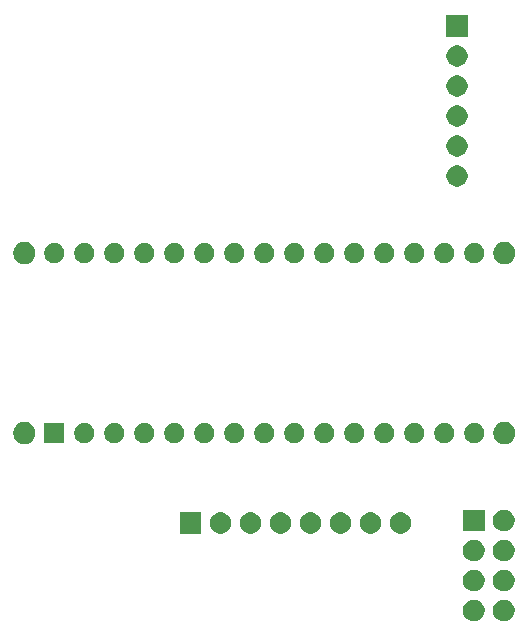
<source format=gts>
G04 #@! TF.GenerationSoftware,KiCad,Pcbnew,(5.1.5)-3*
G04 #@! TF.CreationDate,2020-05-28T10:53:55-07:00*
G04 #@! TF.ProjectId,Plug_Pass_arduino_shield,506c7567-5f50-4617-9373-5f6172647569,v1.2*
G04 #@! TF.SameCoordinates,Original*
G04 #@! TF.FileFunction,Soldermask,Top*
G04 #@! TF.FilePolarity,Negative*
%FSLAX46Y46*%
G04 Gerber Fmt 4.6, Leading zero omitted, Abs format (unit mm)*
G04 Created by KiCad (PCBNEW (5.1.5)-3) date 2020-05-28 10:53:55*
%MOMM*%
%LPD*%
G04 APERTURE LIST*
%ADD10C,0.100000*%
G04 APERTURE END LIST*
D10*
G36*
X124638391Y-109847170D02*
G01*
X124726723Y-109864740D01*
X124893131Y-109933669D01*
X125042896Y-110033739D01*
X125170261Y-110161104D01*
X125270331Y-110310869D01*
X125339260Y-110477277D01*
X125374400Y-110653941D01*
X125374400Y-110834059D01*
X125339260Y-111010723D01*
X125270331Y-111177131D01*
X125170261Y-111326896D01*
X125042896Y-111454261D01*
X124893131Y-111554331D01*
X124726723Y-111623260D01*
X124638391Y-111640830D01*
X124550061Y-111658400D01*
X124369939Y-111658400D01*
X124281609Y-111640830D01*
X124193277Y-111623260D01*
X124026869Y-111554331D01*
X123877104Y-111454261D01*
X123749739Y-111326896D01*
X123649669Y-111177131D01*
X123580740Y-111010723D01*
X123545600Y-110834059D01*
X123545600Y-110653941D01*
X123580740Y-110477277D01*
X123649669Y-110310869D01*
X123749739Y-110161104D01*
X123877104Y-110033739D01*
X124026869Y-109933669D01*
X124193277Y-109864740D01*
X124281609Y-109847170D01*
X124369939Y-109829600D01*
X124550061Y-109829600D01*
X124638391Y-109847170D01*
G37*
G36*
X122098391Y-109847170D02*
G01*
X122186723Y-109864740D01*
X122353131Y-109933669D01*
X122502896Y-110033739D01*
X122630261Y-110161104D01*
X122730331Y-110310869D01*
X122799260Y-110477277D01*
X122834400Y-110653941D01*
X122834400Y-110834059D01*
X122799260Y-111010723D01*
X122730331Y-111177131D01*
X122630261Y-111326896D01*
X122502896Y-111454261D01*
X122353131Y-111554331D01*
X122186723Y-111623260D01*
X122098391Y-111640830D01*
X122010061Y-111658400D01*
X121829939Y-111658400D01*
X121741609Y-111640830D01*
X121653277Y-111623260D01*
X121486869Y-111554331D01*
X121337104Y-111454261D01*
X121209739Y-111326896D01*
X121109669Y-111177131D01*
X121040740Y-111010723D01*
X121005600Y-110834059D01*
X121005600Y-110653941D01*
X121040740Y-110477277D01*
X121109669Y-110310869D01*
X121209739Y-110161104D01*
X121337104Y-110033739D01*
X121486869Y-109933669D01*
X121653277Y-109864740D01*
X121741609Y-109847170D01*
X121829939Y-109829600D01*
X122010061Y-109829600D01*
X122098391Y-109847170D01*
G37*
G36*
X124638391Y-107307170D02*
G01*
X124726723Y-107324740D01*
X124893131Y-107393669D01*
X125042896Y-107493739D01*
X125170261Y-107621104D01*
X125270331Y-107770869D01*
X125339260Y-107937277D01*
X125374400Y-108113941D01*
X125374400Y-108294059D01*
X125339260Y-108470723D01*
X125270331Y-108637131D01*
X125170261Y-108786896D01*
X125042896Y-108914261D01*
X124893131Y-109014331D01*
X124726723Y-109083260D01*
X124638391Y-109100830D01*
X124550061Y-109118400D01*
X124369939Y-109118400D01*
X124281609Y-109100830D01*
X124193277Y-109083260D01*
X124026869Y-109014331D01*
X123877104Y-108914261D01*
X123749739Y-108786896D01*
X123649669Y-108637131D01*
X123580740Y-108470723D01*
X123545600Y-108294059D01*
X123545600Y-108113941D01*
X123580740Y-107937277D01*
X123649669Y-107770869D01*
X123749739Y-107621104D01*
X123877104Y-107493739D01*
X124026869Y-107393669D01*
X124193277Y-107324740D01*
X124281609Y-107307170D01*
X124369939Y-107289600D01*
X124550061Y-107289600D01*
X124638391Y-107307170D01*
G37*
G36*
X122098391Y-107307170D02*
G01*
X122186723Y-107324740D01*
X122353131Y-107393669D01*
X122502896Y-107493739D01*
X122630261Y-107621104D01*
X122730331Y-107770869D01*
X122799260Y-107937277D01*
X122834400Y-108113941D01*
X122834400Y-108294059D01*
X122799260Y-108470723D01*
X122730331Y-108637131D01*
X122630261Y-108786896D01*
X122502896Y-108914261D01*
X122353131Y-109014331D01*
X122186723Y-109083260D01*
X122098391Y-109100830D01*
X122010061Y-109118400D01*
X121829939Y-109118400D01*
X121741609Y-109100830D01*
X121653277Y-109083260D01*
X121486869Y-109014331D01*
X121337104Y-108914261D01*
X121209739Y-108786896D01*
X121109669Y-108637131D01*
X121040740Y-108470723D01*
X121005600Y-108294059D01*
X121005600Y-108113941D01*
X121040740Y-107937277D01*
X121109669Y-107770869D01*
X121209739Y-107621104D01*
X121337104Y-107493739D01*
X121486869Y-107393669D01*
X121653277Y-107324740D01*
X121741609Y-107307170D01*
X121829939Y-107289600D01*
X122010061Y-107289600D01*
X122098391Y-107307170D01*
G37*
G36*
X124638391Y-104767170D02*
G01*
X124726723Y-104784740D01*
X124893131Y-104853669D01*
X125042896Y-104953739D01*
X125170261Y-105081104D01*
X125270331Y-105230869D01*
X125339260Y-105397277D01*
X125374400Y-105573941D01*
X125374400Y-105754059D01*
X125339260Y-105930723D01*
X125270331Y-106097131D01*
X125170261Y-106246896D01*
X125042896Y-106374261D01*
X124893131Y-106474331D01*
X124726723Y-106543260D01*
X124638391Y-106560830D01*
X124550061Y-106578400D01*
X124369939Y-106578400D01*
X124281609Y-106560830D01*
X124193277Y-106543260D01*
X124026869Y-106474331D01*
X123877104Y-106374261D01*
X123749739Y-106246896D01*
X123649669Y-106097131D01*
X123580740Y-105930723D01*
X123545600Y-105754059D01*
X123545600Y-105573941D01*
X123580740Y-105397277D01*
X123649669Y-105230869D01*
X123749739Y-105081104D01*
X123877104Y-104953739D01*
X124026869Y-104853669D01*
X124193277Y-104784740D01*
X124281609Y-104767170D01*
X124369939Y-104749600D01*
X124550061Y-104749600D01*
X124638391Y-104767170D01*
G37*
G36*
X122098391Y-104767170D02*
G01*
X122186723Y-104784740D01*
X122353131Y-104853669D01*
X122502896Y-104953739D01*
X122630261Y-105081104D01*
X122730331Y-105230869D01*
X122799260Y-105397277D01*
X122834400Y-105573941D01*
X122834400Y-105754059D01*
X122799260Y-105930723D01*
X122730331Y-106097131D01*
X122630261Y-106246896D01*
X122502896Y-106374261D01*
X122353131Y-106474331D01*
X122186723Y-106543260D01*
X122098391Y-106560830D01*
X122010061Y-106578400D01*
X121829939Y-106578400D01*
X121741609Y-106560830D01*
X121653277Y-106543260D01*
X121486869Y-106474331D01*
X121337104Y-106374261D01*
X121209739Y-106246896D01*
X121109669Y-106097131D01*
X121040740Y-105930723D01*
X121005600Y-105754059D01*
X121005600Y-105573941D01*
X121040740Y-105397277D01*
X121109669Y-105230869D01*
X121209739Y-105081104D01*
X121337104Y-104953739D01*
X121486869Y-104853669D01*
X121653277Y-104784740D01*
X121741609Y-104767170D01*
X121829939Y-104749600D01*
X122010061Y-104749600D01*
X122098391Y-104767170D01*
G37*
G36*
X103273254Y-102479797D02*
G01*
X103437189Y-102547701D01*
X103584727Y-102646283D01*
X103710197Y-102771753D01*
X103808779Y-102919291D01*
X103876683Y-103083226D01*
X103911300Y-103257259D01*
X103911300Y-103434701D01*
X103876683Y-103608734D01*
X103808779Y-103772669D01*
X103710197Y-103920207D01*
X103584727Y-104045677D01*
X103437189Y-104144259D01*
X103273254Y-104212163D01*
X103099221Y-104246780D01*
X102921779Y-104246780D01*
X102747746Y-104212163D01*
X102583811Y-104144259D01*
X102436273Y-104045677D01*
X102310803Y-103920207D01*
X102212221Y-103772669D01*
X102144317Y-103608734D01*
X102109700Y-103434701D01*
X102109700Y-103257259D01*
X102144317Y-103083226D01*
X102212221Y-102919291D01*
X102310803Y-102771753D01*
X102436273Y-102646283D01*
X102583811Y-102547701D01*
X102747746Y-102479797D01*
X102921779Y-102445180D01*
X103099221Y-102445180D01*
X103273254Y-102479797D01*
G37*
G36*
X100733254Y-102479797D02*
G01*
X100897189Y-102547701D01*
X101044727Y-102646283D01*
X101170197Y-102771753D01*
X101268779Y-102919291D01*
X101336683Y-103083226D01*
X101371300Y-103257259D01*
X101371300Y-103434701D01*
X101336683Y-103608734D01*
X101268779Y-103772669D01*
X101170197Y-103920207D01*
X101044727Y-104045677D01*
X100897189Y-104144259D01*
X100733254Y-104212163D01*
X100559221Y-104246780D01*
X100381779Y-104246780D01*
X100207746Y-104212163D01*
X100043811Y-104144259D01*
X99896273Y-104045677D01*
X99770803Y-103920207D01*
X99672221Y-103772669D01*
X99604317Y-103608734D01*
X99569700Y-103434701D01*
X99569700Y-103257259D01*
X99604317Y-103083226D01*
X99672221Y-102919291D01*
X99770803Y-102771753D01*
X99896273Y-102646283D01*
X100043811Y-102547701D01*
X100207746Y-102479797D01*
X100381779Y-102445180D01*
X100559221Y-102445180D01*
X100733254Y-102479797D01*
G37*
G36*
X105813254Y-102479797D02*
G01*
X105977189Y-102547701D01*
X106124727Y-102646283D01*
X106250197Y-102771753D01*
X106348779Y-102919291D01*
X106416683Y-103083226D01*
X106451300Y-103257259D01*
X106451300Y-103434701D01*
X106416683Y-103608734D01*
X106348779Y-103772669D01*
X106250197Y-103920207D01*
X106124727Y-104045677D01*
X105977189Y-104144259D01*
X105813254Y-104212163D01*
X105639221Y-104246780D01*
X105461779Y-104246780D01*
X105287746Y-104212163D01*
X105123811Y-104144259D01*
X104976273Y-104045677D01*
X104850803Y-103920207D01*
X104752221Y-103772669D01*
X104684317Y-103608734D01*
X104649700Y-103434701D01*
X104649700Y-103257259D01*
X104684317Y-103083226D01*
X104752221Y-102919291D01*
X104850803Y-102771753D01*
X104976273Y-102646283D01*
X105123811Y-102547701D01*
X105287746Y-102479797D01*
X105461779Y-102445180D01*
X105639221Y-102445180D01*
X105813254Y-102479797D01*
G37*
G36*
X108353254Y-102479797D02*
G01*
X108517189Y-102547701D01*
X108664727Y-102646283D01*
X108790197Y-102771753D01*
X108888779Y-102919291D01*
X108956683Y-103083226D01*
X108991300Y-103257259D01*
X108991300Y-103434701D01*
X108956683Y-103608734D01*
X108888779Y-103772669D01*
X108790197Y-103920207D01*
X108664727Y-104045677D01*
X108517189Y-104144259D01*
X108353254Y-104212163D01*
X108179221Y-104246780D01*
X108001779Y-104246780D01*
X107827746Y-104212163D01*
X107663811Y-104144259D01*
X107516273Y-104045677D01*
X107390803Y-103920207D01*
X107292221Y-103772669D01*
X107224317Y-103608734D01*
X107189700Y-103434701D01*
X107189700Y-103257259D01*
X107224317Y-103083226D01*
X107292221Y-102919291D01*
X107390803Y-102771753D01*
X107516273Y-102646283D01*
X107663811Y-102547701D01*
X107827746Y-102479797D01*
X108001779Y-102445180D01*
X108179221Y-102445180D01*
X108353254Y-102479797D01*
G37*
G36*
X110893254Y-102479797D02*
G01*
X111057189Y-102547701D01*
X111204727Y-102646283D01*
X111330197Y-102771753D01*
X111428779Y-102919291D01*
X111496683Y-103083226D01*
X111531300Y-103257259D01*
X111531300Y-103434701D01*
X111496683Y-103608734D01*
X111428779Y-103772669D01*
X111330197Y-103920207D01*
X111204727Y-104045677D01*
X111057189Y-104144259D01*
X110893254Y-104212163D01*
X110719221Y-104246780D01*
X110541779Y-104246780D01*
X110367746Y-104212163D01*
X110203811Y-104144259D01*
X110056273Y-104045677D01*
X109930803Y-103920207D01*
X109832221Y-103772669D01*
X109764317Y-103608734D01*
X109729700Y-103434701D01*
X109729700Y-103257259D01*
X109764317Y-103083226D01*
X109832221Y-102919291D01*
X109930803Y-102771753D01*
X110056273Y-102646283D01*
X110203811Y-102547701D01*
X110367746Y-102479797D01*
X110541779Y-102445180D01*
X110719221Y-102445180D01*
X110893254Y-102479797D01*
G37*
G36*
X113433254Y-102479797D02*
G01*
X113597189Y-102547701D01*
X113744727Y-102646283D01*
X113870197Y-102771753D01*
X113968779Y-102919291D01*
X114036683Y-103083226D01*
X114071300Y-103257259D01*
X114071300Y-103434701D01*
X114036683Y-103608734D01*
X113968779Y-103772669D01*
X113870197Y-103920207D01*
X113744727Y-104045677D01*
X113597189Y-104144259D01*
X113433254Y-104212163D01*
X113259221Y-104246780D01*
X113081779Y-104246780D01*
X112907746Y-104212163D01*
X112743811Y-104144259D01*
X112596273Y-104045677D01*
X112470803Y-103920207D01*
X112372221Y-103772669D01*
X112304317Y-103608734D01*
X112269700Y-103434701D01*
X112269700Y-103257259D01*
X112304317Y-103083226D01*
X112372221Y-102919291D01*
X112470803Y-102771753D01*
X112596273Y-102646283D01*
X112743811Y-102547701D01*
X112907746Y-102479797D01*
X113081779Y-102445180D01*
X113259221Y-102445180D01*
X113433254Y-102479797D01*
G37*
G36*
X115973254Y-102479797D02*
G01*
X116137189Y-102547701D01*
X116284727Y-102646283D01*
X116410197Y-102771753D01*
X116508779Y-102919291D01*
X116576683Y-103083226D01*
X116611300Y-103257259D01*
X116611300Y-103434701D01*
X116576683Y-103608734D01*
X116508779Y-103772669D01*
X116410197Y-103920207D01*
X116284727Y-104045677D01*
X116137189Y-104144259D01*
X115973254Y-104212163D01*
X115799221Y-104246780D01*
X115621779Y-104246780D01*
X115447746Y-104212163D01*
X115283811Y-104144259D01*
X115136273Y-104045677D01*
X115010803Y-103920207D01*
X114912221Y-103772669D01*
X114844317Y-103608734D01*
X114809700Y-103434701D01*
X114809700Y-103257259D01*
X114844317Y-103083226D01*
X114912221Y-102919291D01*
X115010803Y-102771753D01*
X115136273Y-102646283D01*
X115283811Y-102547701D01*
X115447746Y-102479797D01*
X115621779Y-102445180D01*
X115799221Y-102445180D01*
X115973254Y-102479797D01*
G37*
G36*
X98831300Y-104246780D02*
G01*
X97029700Y-104246780D01*
X97029700Y-102445180D01*
X98831300Y-102445180D01*
X98831300Y-104246780D01*
G37*
G36*
X122834400Y-104038400D02*
G01*
X121005600Y-104038400D01*
X121005600Y-102209600D01*
X122834400Y-102209600D01*
X122834400Y-104038400D01*
G37*
G36*
X124638391Y-102227170D02*
G01*
X124726723Y-102244740D01*
X124893131Y-102313669D01*
X125042896Y-102413739D01*
X125170261Y-102541104D01*
X125270331Y-102690869D01*
X125339260Y-102857277D01*
X125374400Y-103033941D01*
X125374400Y-103214059D01*
X125339260Y-103390723D01*
X125270331Y-103557131D01*
X125170261Y-103706896D01*
X125042896Y-103834261D01*
X124893131Y-103934331D01*
X124726723Y-104003260D01*
X124638391Y-104020830D01*
X124550061Y-104038400D01*
X124369939Y-104038400D01*
X124281609Y-104020830D01*
X124193277Y-104003260D01*
X124026869Y-103934331D01*
X123877104Y-103834261D01*
X123749739Y-103706896D01*
X123649669Y-103557131D01*
X123580740Y-103390723D01*
X123545600Y-103214059D01*
X123545600Y-103033941D01*
X123580740Y-102857277D01*
X123649669Y-102690869D01*
X123749739Y-102541104D01*
X123877104Y-102413739D01*
X124026869Y-102313669D01*
X124193277Y-102244740D01*
X124281609Y-102227170D01*
X124369939Y-102209600D01*
X124550061Y-102209600D01*
X124638391Y-102227170D01*
G37*
G36*
X84129981Y-94819555D02*
G01*
X84301196Y-94890474D01*
X84455285Y-94993433D01*
X84586327Y-95124475D01*
X84689286Y-95278564D01*
X84760205Y-95449779D01*
X84796360Y-95631539D01*
X84796360Y-95816861D01*
X84760205Y-95998621D01*
X84689286Y-96169836D01*
X84586327Y-96323925D01*
X84455285Y-96454967D01*
X84301196Y-96557926D01*
X84129981Y-96628845D01*
X83948221Y-96665000D01*
X83762899Y-96665000D01*
X83581139Y-96628845D01*
X83409924Y-96557926D01*
X83255835Y-96454967D01*
X83124793Y-96323925D01*
X83021834Y-96169836D01*
X82950915Y-95998621D01*
X82914760Y-95816861D01*
X82914760Y-95631539D01*
X82950915Y-95449779D01*
X83021834Y-95278564D01*
X83124793Y-95124475D01*
X83255835Y-94993433D01*
X83409924Y-94890474D01*
X83581139Y-94819555D01*
X83762899Y-94783400D01*
X83948221Y-94783400D01*
X84129981Y-94819555D01*
G37*
G36*
X124769981Y-94819555D02*
G01*
X124941196Y-94890474D01*
X125095285Y-94993433D01*
X125226327Y-95124475D01*
X125329286Y-95278564D01*
X125400205Y-95449779D01*
X125436360Y-95631539D01*
X125436360Y-95816861D01*
X125400205Y-95998621D01*
X125329286Y-96169836D01*
X125226327Y-96323925D01*
X125095285Y-96454967D01*
X124941196Y-96557926D01*
X124769981Y-96628845D01*
X124588221Y-96665000D01*
X124402899Y-96665000D01*
X124221139Y-96628845D01*
X124049924Y-96557926D01*
X123895835Y-96454967D01*
X123764793Y-96323925D01*
X123661834Y-96169836D01*
X123590915Y-95998621D01*
X123554760Y-95816861D01*
X123554760Y-95631539D01*
X123590915Y-95449779D01*
X123661834Y-95278564D01*
X123764793Y-95124475D01*
X123895835Y-94993433D01*
X124049924Y-94890474D01*
X124221139Y-94819555D01*
X124402899Y-94783400D01*
X124588221Y-94783400D01*
X124769981Y-94819555D01*
G37*
G36*
X104423729Y-94906095D02*
G01*
X104578565Y-94970231D01*
X104717914Y-95063340D01*
X104836420Y-95181846D01*
X104929529Y-95321195D01*
X104993665Y-95476031D01*
X105026360Y-95640403D01*
X105026360Y-95807997D01*
X104993665Y-95972369D01*
X104929529Y-96127205D01*
X104836420Y-96266554D01*
X104717914Y-96385060D01*
X104578565Y-96478169D01*
X104423729Y-96542305D01*
X104259357Y-96575000D01*
X104091763Y-96575000D01*
X103927391Y-96542305D01*
X103772555Y-96478169D01*
X103633206Y-96385060D01*
X103514700Y-96266554D01*
X103421591Y-96127205D01*
X103357455Y-95972369D01*
X103324760Y-95807997D01*
X103324760Y-95640403D01*
X103357455Y-95476031D01*
X103421591Y-95321195D01*
X103514700Y-95181846D01*
X103633206Y-95063340D01*
X103772555Y-94970231D01*
X103927391Y-94906095D01*
X104091763Y-94873400D01*
X104259357Y-94873400D01*
X104423729Y-94906095D01*
G37*
G36*
X114583729Y-94906095D02*
G01*
X114738565Y-94970231D01*
X114877914Y-95063340D01*
X114996420Y-95181846D01*
X115089529Y-95321195D01*
X115153665Y-95476031D01*
X115186360Y-95640403D01*
X115186360Y-95807997D01*
X115153665Y-95972369D01*
X115089529Y-96127205D01*
X114996420Y-96266554D01*
X114877914Y-96385060D01*
X114738565Y-96478169D01*
X114583729Y-96542305D01*
X114419357Y-96575000D01*
X114251763Y-96575000D01*
X114087391Y-96542305D01*
X113932555Y-96478169D01*
X113793206Y-96385060D01*
X113674700Y-96266554D01*
X113581591Y-96127205D01*
X113517455Y-95972369D01*
X113484760Y-95807997D01*
X113484760Y-95640403D01*
X113517455Y-95476031D01*
X113581591Y-95321195D01*
X113674700Y-95181846D01*
X113793206Y-95063340D01*
X113932555Y-94970231D01*
X114087391Y-94906095D01*
X114251763Y-94873400D01*
X114419357Y-94873400D01*
X114583729Y-94906095D01*
G37*
G36*
X112043729Y-94906095D02*
G01*
X112198565Y-94970231D01*
X112337914Y-95063340D01*
X112456420Y-95181846D01*
X112549529Y-95321195D01*
X112613665Y-95476031D01*
X112646360Y-95640403D01*
X112646360Y-95807997D01*
X112613665Y-95972369D01*
X112549529Y-96127205D01*
X112456420Y-96266554D01*
X112337914Y-96385060D01*
X112198565Y-96478169D01*
X112043729Y-96542305D01*
X111879357Y-96575000D01*
X111711763Y-96575000D01*
X111547391Y-96542305D01*
X111392555Y-96478169D01*
X111253206Y-96385060D01*
X111134700Y-96266554D01*
X111041591Y-96127205D01*
X110977455Y-95972369D01*
X110944760Y-95807997D01*
X110944760Y-95640403D01*
X110977455Y-95476031D01*
X111041591Y-95321195D01*
X111134700Y-95181846D01*
X111253206Y-95063340D01*
X111392555Y-94970231D01*
X111547391Y-94906095D01*
X111711763Y-94873400D01*
X111879357Y-94873400D01*
X112043729Y-94906095D01*
G37*
G36*
X109503729Y-94906095D02*
G01*
X109658565Y-94970231D01*
X109797914Y-95063340D01*
X109916420Y-95181846D01*
X110009529Y-95321195D01*
X110073665Y-95476031D01*
X110106360Y-95640403D01*
X110106360Y-95807997D01*
X110073665Y-95972369D01*
X110009529Y-96127205D01*
X109916420Y-96266554D01*
X109797914Y-96385060D01*
X109658565Y-96478169D01*
X109503729Y-96542305D01*
X109339357Y-96575000D01*
X109171763Y-96575000D01*
X109007391Y-96542305D01*
X108852555Y-96478169D01*
X108713206Y-96385060D01*
X108594700Y-96266554D01*
X108501591Y-96127205D01*
X108437455Y-95972369D01*
X108404760Y-95807997D01*
X108404760Y-95640403D01*
X108437455Y-95476031D01*
X108501591Y-95321195D01*
X108594700Y-95181846D01*
X108713206Y-95063340D01*
X108852555Y-94970231D01*
X109007391Y-94906095D01*
X109171763Y-94873400D01*
X109339357Y-94873400D01*
X109503729Y-94906095D01*
G37*
G36*
X106963729Y-94906095D02*
G01*
X107118565Y-94970231D01*
X107257914Y-95063340D01*
X107376420Y-95181846D01*
X107469529Y-95321195D01*
X107533665Y-95476031D01*
X107566360Y-95640403D01*
X107566360Y-95807997D01*
X107533665Y-95972369D01*
X107469529Y-96127205D01*
X107376420Y-96266554D01*
X107257914Y-96385060D01*
X107118565Y-96478169D01*
X106963729Y-96542305D01*
X106799357Y-96575000D01*
X106631763Y-96575000D01*
X106467391Y-96542305D01*
X106312555Y-96478169D01*
X106173206Y-96385060D01*
X106054700Y-96266554D01*
X105961591Y-96127205D01*
X105897455Y-95972369D01*
X105864760Y-95807997D01*
X105864760Y-95640403D01*
X105897455Y-95476031D01*
X105961591Y-95321195D01*
X106054700Y-95181846D01*
X106173206Y-95063340D01*
X106312555Y-94970231D01*
X106467391Y-94906095D01*
X106631763Y-94873400D01*
X106799357Y-94873400D01*
X106963729Y-94906095D01*
G37*
G36*
X101883729Y-94906095D02*
G01*
X102038565Y-94970231D01*
X102177914Y-95063340D01*
X102296420Y-95181846D01*
X102389529Y-95321195D01*
X102453665Y-95476031D01*
X102486360Y-95640403D01*
X102486360Y-95807997D01*
X102453665Y-95972369D01*
X102389529Y-96127205D01*
X102296420Y-96266554D01*
X102177914Y-96385060D01*
X102038565Y-96478169D01*
X101883729Y-96542305D01*
X101719357Y-96575000D01*
X101551763Y-96575000D01*
X101387391Y-96542305D01*
X101232555Y-96478169D01*
X101093206Y-96385060D01*
X100974700Y-96266554D01*
X100881591Y-96127205D01*
X100817455Y-95972369D01*
X100784760Y-95807997D01*
X100784760Y-95640403D01*
X100817455Y-95476031D01*
X100881591Y-95321195D01*
X100974700Y-95181846D01*
X101093206Y-95063340D01*
X101232555Y-94970231D01*
X101387391Y-94906095D01*
X101551763Y-94873400D01*
X101719357Y-94873400D01*
X101883729Y-94906095D01*
G37*
G36*
X99343729Y-94906095D02*
G01*
X99498565Y-94970231D01*
X99637914Y-95063340D01*
X99756420Y-95181846D01*
X99849529Y-95321195D01*
X99913665Y-95476031D01*
X99946360Y-95640403D01*
X99946360Y-95807997D01*
X99913665Y-95972369D01*
X99849529Y-96127205D01*
X99756420Y-96266554D01*
X99637914Y-96385060D01*
X99498565Y-96478169D01*
X99343729Y-96542305D01*
X99179357Y-96575000D01*
X99011763Y-96575000D01*
X98847391Y-96542305D01*
X98692555Y-96478169D01*
X98553206Y-96385060D01*
X98434700Y-96266554D01*
X98341591Y-96127205D01*
X98277455Y-95972369D01*
X98244760Y-95807997D01*
X98244760Y-95640403D01*
X98277455Y-95476031D01*
X98341591Y-95321195D01*
X98434700Y-95181846D01*
X98553206Y-95063340D01*
X98692555Y-94970231D01*
X98847391Y-94906095D01*
X99011763Y-94873400D01*
X99179357Y-94873400D01*
X99343729Y-94906095D01*
G37*
G36*
X94263729Y-94906095D02*
G01*
X94418565Y-94970231D01*
X94557914Y-95063340D01*
X94676420Y-95181846D01*
X94769529Y-95321195D01*
X94833665Y-95476031D01*
X94866360Y-95640403D01*
X94866360Y-95807997D01*
X94833665Y-95972369D01*
X94769529Y-96127205D01*
X94676420Y-96266554D01*
X94557914Y-96385060D01*
X94418565Y-96478169D01*
X94263729Y-96542305D01*
X94099357Y-96575000D01*
X93931763Y-96575000D01*
X93767391Y-96542305D01*
X93612555Y-96478169D01*
X93473206Y-96385060D01*
X93354700Y-96266554D01*
X93261591Y-96127205D01*
X93197455Y-95972369D01*
X93164760Y-95807997D01*
X93164760Y-95640403D01*
X93197455Y-95476031D01*
X93261591Y-95321195D01*
X93354700Y-95181846D01*
X93473206Y-95063340D01*
X93612555Y-94970231D01*
X93767391Y-94906095D01*
X93931763Y-94873400D01*
X94099357Y-94873400D01*
X94263729Y-94906095D01*
G37*
G36*
X89183729Y-94906095D02*
G01*
X89338565Y-94970231D01*
X89477914Y-95063340D01*
X89596420Y-95181846D01*
X89689529Y-95321195D01*
X89753665Y-95476031D01*
X89786360Y-95640403D01*
X89786360Y-95807997D01*
X89753665Y-95972369D01*
X89689529Y-96127205D01*
X89596420Y-96266554D01*
X89477914Y-96385060D01*
X89338565Y-96478169D01*
X89183729Y-96542305D01*
X89019357Y-96575000D01*
X88851763Y-96575000D01*
X88687391Y-96542305D01*
X88532555Y-96478169D01*
X88393206Y-96385060D01*
X88274700Y-96266554D01*
X88181591Y-96127205D01*
X88117455Y-95972369D01*
X88084760Y-95807997D01*
X88084760Y-95640403D01*
X88117455Y-95476031D01*
X88181591Y-95321195D01*
X88274700Y-95181846D01*
X88393206Y-95063340D01*
X88532555Y-94970231D01*
X88687391Y-94906095D01*
X88851763Y-94873400D01*
X89019357Y-94873400D01*
X89183729Y-94906095D01*
G37*
G36*
X122203729Y-94906095D02*
G01*
X122358565Y-94970231D01*
X122497914Y-95063340D01*
X122616420Y-95181846D01*
X122709529Y-95321195D01*
X122773665Y-95476031D01*
X122806360Y-95640403D01*
X122806360Y-95807997D01*
X122773665Y-95972369D01*
X122709529Y-96127205D01*
X122616420Y-96266554D01*
X122497914Y-96385060D01*
X122358565Y-96478169D01*
X122203729Y-96542305D01*
X122039357Y-96575000D01*
X121871763Y-96575000D01*
X121707391Y-96542305D01*
X121552555Y-96478169D01*
X121413206Y-96385060D01*
X121294700Y-96266554D01*
X121201591Y-96127205D01*
X121137455Y-95972369D01*
X121104760Y-95807997D01*
X121104760Y-95640403D01*
X121137455Y-95476031D01*
X121201591Y-95321195D01*
X121294700Y-95181846D01*
X121413206Y-95063340D01*
X121552555Y-94970231D01*
X121707391Y-94906095D01*
X121871763Y-94873400D01*
X122039357Y-94873400D01*
X122203729Y-94906095D01*
G37*
G36*
X87246360Y-96575000D02*
G01*
X85544760Y-96575000D01*
X85544760Y-94873400D01*
X87246360Y-94873400D01*
X87246360Y-96575000D01*
G37*
G36*
X91723729Y-94906095D02*
G01*
X91878565Y-94970231D01*
X92017914Y-95063340D01*
X92136420Y-95181846D01*
X92229529Y-95321195D01*
X92293665Y-95476031D01*
X92326360Y-95640403D01*
X92326360Y-95807997D01*
X92293665Y-95972369D01*
X92229529Y-96127205D01*
X92136420Y-96266554D01*
X92017914Y-96385060D01*
X91878565Y-96478169D01*
X91723729Y-96542305D01*
X91559357Y-96575000D01*
X91391763Y-96575000D01*
X91227391Y-96542305D01*
X91072555Y-96478169D01*
X90933206Y-96385060D01*
X90814700Y-96266554D01*
X90721591Y-96127205D01*
X90657455Y-95972369D01*
X90624760Y-95807997D01*
X90624760Y-95640403D01*
X90657455Y-95476031D01*
X90721591Y-95321195D01*
X90814700Y-95181846D01*
X90933206Y-95063340D01*
X91072555Y-94970231D01*
X91227391Y-94906095D01*
X91391763Y-94873400D01*
X91559357Y-94873400D01*
X91723729Y-94906095D01*
G37*
G36*
X117123729Y-94906095D02*
G01*
X117278565Y-94970231D01*
X117417914Y-95063340D01*
X117536420Y-95181846D01*
X117629529Y-95321195D01*
X117693665Y-95476031D01*
X117726360Y-95640403D01*
X117726360Y-95807997D01*
X117693665Y-95972369D01*
X117629529Y-96127205D01*
X117536420Y-96266554D01*
X117417914Y-96385060D01*
X117278565Y-96478169D01*
X117123729Y-96542305D01*
X116959357Y-96575000D01*
X116791763Y-96575000D01*
X116627391Y-96542305D01*
X116472555Y-96478169D01*
X116333206Y-96385060D01*
X116214700Y-96266554D01*
X116121591Y-96127205D01*
X116057455Y-95972369D01*
X116024760Y-95807997D01*
X116024760Y-95640403D01*
X116057455Y-95476031D01*
X116121591Y-95321195D01*
X116214700Y-95181846D01*
X116333206Y-95063340D01*
X116472555Y-94970231D01*
X116627391Y-94906095D01*
X116791763Y-94873400D01*
X116959357Y-94873400D01*
X117123729Y-94906095D01*
G37*
G36*
X119663729Y-94906095D02*
G01*
X119818565Y-94970231D01*
X119957914Y-95063340D01*
X120076420Y-95181846D01*
X120169529Y-95321195D01*
X120233665Y-95476031D01*
X120266360Y-95640403D01*
X120266360Y-95807997D01*
X120233665Y-95972369D01*
X120169529Y-96127205D01*
X120076420Y-96266554D01*
X119957914Y-96385060D01*
X119818565Y-96478169D01*
X119663729Y-96542305D01*
X119499357Y-96575000D01*
X119331763Y-96575000D01*
X119167391Y-96542305D01*
X119012555Y-96478169D01*
X118873206Y-96385060D01*
X118754700Y-96266554D01*
X118661591Y-96127205D01*
X118597455Y-95972369D01*
X118564760Y-95807997D01*
X118564760Y-95640403D01*
X118597455Y-95476031D01*
X118661591Y-95321195D01*
X118754700Y-95181846D01*
X118873206Y-95063340D01*
X119012555Y-94970231D01*
X119167391Y-94906095D01*
X119331763Y-94873400D01*
X119499357Y-94873400D01*
X119663729Y-94906095D01*
G37*
G36*
X96803729Y-94906095D02*
G01*
X96958565Y-94970231D01*
X97097914Y-95063340D01*
X97216420Y-95181846D01*
X97309529Y-95321195D01*
X97373665Y-95476031D01*
X97406360Y-95640403D01*
X97406360Y-95807997D01*
X97373665Y-95972369D01*
X97309529Y-96127205D01*
X97216420Y-96266554D01*
X97097914Y-96385060D01*
X96958565Y-96478169D01*
X96803729Y-96542305D01*
X96639357Y-96575000D01*
X96471763Y-96575000D01*
X96307391Y-96542305D01*
X96152555Y-96478169D01*
X96013206Y-96385060D01*
X95894700Y-96266554D01*
X95801591Y-96127205D01*
X95737455Y-95972369D01*
X95704760Y-95807997D01*
X95704760Y-95640403D01*
X95737455Y-95476031D01*
X95801591Y-95321195D01*
X95894700Y-95181846D01*
X96013206Y-95063340D01*
X96152555Y-94970231D01*
X96307391Y-94906095D01*
X96471763Y-94873400D01*
X96639357Y-94873400D01*
X96803729Y-94906095D01*
G37*
G36*
X124769981Y-79579555D02*
G01*
X124941196Y-79650474D01*
X125095285Y-79753433D01*
X125226327Y-79884475D01*
X125329286Y-80038564D01*
X125400205Y-80209779D01*
X125436360Y-80391539D01*
X125436360Y-80576861D01*
X125400205Y-80758621D01*
X125329286Y-80929836D01*
X125226327Y-81083925D01*
X125095285Y-81214967D01*
X124941196Y-81317926D01*
X124769981Y-81388845D01*
X124588221Y-81425000D01*
X124402899Y-81425000D01*
X124221139Y-81388845D01*
X124049924Y-81317926D01*
X123895835Y-81214967D01*
X123764793Y-81083925D01*
X123661834Y-80929836D01*
X123590915Y-80758621D01*
X123554760Y-80576861D01*
X123554760Y-80391539D01*
X123590915Y-80209779D01*
X123661834Y-80038564D01*
X123764793Y-79884475D01*
X123895835Y-79753433D01*
X124049924Y-79650474D01*
X124221139Y-79579555D01*
X124402899Y-79543400D01*
X124588221Y-79543400D01*
X124769981Y-79579555D01*
G37*
G36*
X84129981Y-79579555D02*
G01*
X84301196Y-79650474D01*
X84455285Y-79753433D01*
X84586327Y-79884475D01*
X84689286Y-80038564D01*
X84760205Y-80209779D01*
X84796360Y-80391539D01*
X84796360Y-80576861D01*
X84760205Y-80758621D01*
X84689286Y-80929836D01*
X84586327Y-81083925D01*
X84455285Y-81214967D01*
X84301196Y-81317926D01*
X84129981Y-81388845D01*
X83948221Y-81425000D01*
X83762899Y-81425000D01*
X83581139Y-81388845D01*
X83409924Y-81317926D01*
X83255835Y-81214967D01*
X83124793Y-81083925D01*
X83021834Y-80929836D01*
X82950915Y-80758621D01*
X82914760Y-80576861D01*
X82914760Y-80391539D01*
X82950915Y-80209779D01*
X83021834Y-80038564D01*
X83124793Y-79884475D01*
X83255835Y-79753433D01*
X83409924Y-79650474D01*
X83581139Y-79579555D01*
X83762899Y-79543400D01*
X83948221Y-79543400D01*
X84129981Y-79579555D01*
G37*
G36*
X94263729Y-79666095D02*
G01*
X94418565Y-79730231D01*
X94557914Y-79823340D01*
X94676420Y-79941846D01*
X94769529Y-80081195D01*
X94833665Y-80236031D01*
X94866360Y-80400403D01*
X94866360Y-80567997D01*
X94833665Y-80732369D01*
X94769529Y-80887205D01*
X94676420Y-81026554D01*
X94557914Y-81145060D01*
X94418565Y-81238169D01*
X94263729Y-81302305D01*
X94099357Y-81335000D01*
X93931763Y-81335000D01*
X93767391Y-81302305D01*
X93612555Y-81238169D01*
X93473206Y-81145060D01*
X93354700Y-81026554D01*
X93261591Y-80887205D01*
X93197455Y-80732369D01*
X93164760Y-80567997D01*
X93164760Y-80400403D01*
X93197455Y-80236031D01*
X93261591Y-80081195D01*
X93354700Y-79941846D01*
X93473206Y-79823340D01*
X93612555Y-79730231D01*
X93767391Y-79666095D01*
X93931763Y-79633400D01*
X94099357Y-79633400D01*
X94263729Y-79666095D01*
G37*
G36*
X104423729Y-79666095D02*
G01*
X104578565Y-79730231D01*
X104717914Y-79823340D01*
X104836420Y-79941846D01*
X104929529Y-80081195D01*
X104993665Y-80236031D01*
X105026360Y-80400403D01*
X105026360Y-80567997D01*
X104993665Y-80732369D01*
X104929529Y-80887205D01*
X104836420Y-81026554D01*
X104717914Y-81145060D01*
X104578565Y-81238169D01*
X104423729Y-81302305D01*
X104259357Y-81335000D01*
X104091763Y-81335000D01*
X103927391Y-81302305D01*
X103772555Y-81238169D01*
X103633206Y-81145060D01*
X103514700Y-81026554D01*
X103421591Y-80887205D01*
X103357455Y-80732369D01*
X103324760Y-80567997D01*
X103324760Y-80400403D01*
X103357455Y-80236031D01*
X103421591Y-80081195D01*
X103514700Y-79941846D01*
X103633206Y-79823340D01*
X103772555Y-79730231D01*
X103927391Y-79666095D01*
X104091763Y-79633400D01*
X104259357Y-79633400D01*
X104423729Y-79666095D01*
G37*
G36*
X109503729Y-79666095D02*
G01*
X109658565Y-79730231D01*
X109797914Y-79823340D01*
X109916420Y-79941846D01*
X110009529Y-80081195D01*
X110073665Y-80236031D01*
X110106360Y-80400403D01*
X110106360Y-80567997D01*
X110073665Y-80732369D01*
X110009529Y-80887205D01*
X109916420Y-81026554D01*
X109797914Y-81145060D01*
X109658565Y-81238169D01*
X109503729Y-81302305D01*
X109339357Y-81335000D01*
X109171763Y-81335000D01*
X109007391Y-81302305D01*
X108852555Y-81238169D01*
X108713206Y-81145060D01*
X108594700Y-81026554D01*
X108501591Y-80887205D01*
X108437455Y-80732369D01*
X108404760Y-80567997D01*
X108404760Y-80400403D01*
X108437455Y-80236031D01*
X108501591Y-80081195D01*
X108594700Y-79941846D01*
X108713206Y-79823340D01*
X108852555Y-79730231D01*
X109007391Y-79666095D01*
X109171763Y-79633400D01*
X109339357Y-79633400D01*
X109503729Y-79666095D01*
G37*
G36*
X106963729Y-79666095D02*
G01*
X107118565Y-79730231D01*
X107257914Y-79823340D01*
X107376420Y-79941846D01*
X107469529Y-80081195D01*
X107533665Y-80236031D01*
X107566360Y-80400403D01*
X107566360Y-80567997D01*
X107533665Y-80732369D01*
X107469529Y-80887205D01*
X107376420Y-81026554D01*
X107257914Y-81145060D01*
X107118565Y-81238169D01*
X106963729Y-81302305D01*
X106799357Y-81335000D01*
X106631763Y-81335000D01*
X106467391Y-81302305D01*
X106312555Y-81238169D01*
X106173206Y-81145060D01*
X106054700Y-81026554D01*
X105961591Y-80887205D01*
X105897455Y-80732369D01*
X105864760Y-80567997D01*
X105864760Y-80400403D01*
X105897455Y-80236031D01*
X105961591Y-80081195D01*
X106054700Y-79941846D01*
X106173206Y-79823340D01*
X106312555Y-79730231D01*
X106467391Y-79666095D01*
X106631763Y-79633400D01*
X106799357Y-79633400D01*
X106963729Y-79666095D01*
G37*
G36*
X112043729Y-79666095D02*
G01*
X112198565Y-79730231D01*
X112337914Y-79823340D01*
X112456420Y-79941846D01*
X112549529Y-80081195D01*
X112613665Y-80236031D01*
X112646360Y-80400403D01*
X112646360Y-80567997D01*
X112613665Y-80732369D01*
X112549529Y-80887205D01*
X112456420Y-81026554D01*
X112337914Y-81145060D01*
X112198565Y-81238169D01*
X112043729Y-81302305D01*
X111879357Y-81335000D01*
X111711763Y-81335000D01*
X111547391Y-81302305D01*
X111392555Y-81238169D01*
X111253206Y-81145060D01*
X111134700Y-81026554D01*
X111041591Y-80887205D01*
X110977455Y-80732369D01*
X110944760Y-80567997D01*
X110944760Y-80400403D01*
X110977455Y-80236031D01*
X111041591Y-80081195D01*
X111134700Y-79941846D01*
X111253206Y-79823340D01*
X111392555Y-79730231D01*
X111547391Y-79666095D01*
X111711763Y-79633400D01*
X111879357Y-79633400D01*
X112043729Y-79666095D01*
G37*
G36*
X101883729Y-79666095D02*
G01*
X102038565Y-79730231D01*
X102177914Y-79823340D01*
X102296420Y-79941846D01*
X102389529Y-80081195D01*
X102453665Y-80236031D01*
X102486360Y-80400403D01*
X102486360Y-80567997D01*
X102453665Y-80732369D01*
X102389529Y-80887205D01*
X102296420Y-81026554D01*
X102177914Y-81145060D01*
X102038565Y-81238169D01*
X101883729Y-81302305D01*
X101719357Y-81335000D01*
X101551763Y-81335000D01*
X101387391Y-81302305D01*
X101232555Y-81238169D01*
X101093206Y-81145060D01*
X100974700Y-81026554D01*
X100881591Y-80887205D01*
X100817455Y-80732369D01*
X100784760Y-80567997D01*
X100784760Y-80400403D01*
X100817455Y-80236031D01*
X100881591Y-80081195D01*
X100974700Y-79941846D01*
X101093206Y-79823340D01*
X101232555Y-79730231D01*
X101387391Y-79666095D01*
X101551763Y-79633400D01*
X101719357Y-79633400D01*
X101883729Y-79666095D01*
G37*
G36*
X114583729Y-79666095D02*
G01*
X114738565Y-79730231D01*
X114877914Y-79823340D01*
X114996420Y-79941846D01*
X115089529Y-80081195D01*
X115153665Y-80236031D01*
X115186360Y-80400403D01*
X115186360Y-80567997D01*
X115153665Y-80732369D01*
X115089529Y-80887205D01*
X114996420Y-81026554D01*
X114877914Y-81145060D01*
X114738565Y-81238169D01*
X114583729Y-81302305D01*
X114419357Y-81335000D01*
X114251763Y-81335000D01*
X114087391Y-81302305D01*
X113932555Y-81238169D01*
X113793206Y-81145060D01*
X113674700Y-81026554D01*
X113581591Y-80887205D01*
X113517455Y-80732369D01*
X113484760Y-80567997D01*
X113484760Y-80400403D01*
X113517455Y-80236031D01*
X113581591Y-80081195D01*
X113674700Y-79941846D01*
X113793206Y-79823340D01*
X113932555Y-79730231D01*
X114087391Y-79666095D01*
X114251763Y-79633400D01*
X114419357Y-79633400D01*
X114583729Y-79666095D01*
G37*
G36*
X86643729Y-79666095D02*
G01*
X86798565Y-79730231D01*
X86937914Y-79823340D01*
X87056420Y-79941846D01*
X87149529Y-80081195D01*
X87213665Y-80236031D01*
X87246360Y-80400403D01*
X87246360Y-80567997D01*
X87213665Y-80732369D01*
X87149529Y-80887205D01*
X87056420Y-81026554D01*
X86937914Y-81145060D01*
X86798565Y-81238169D01*
X86643729Y-81302305D01*
X86479357Y-81335000D01*
X86311763Y-81335000D01*
X86147391Y-81302305D01*
X85992555Y-81238169D01*
X85853206Y-81145060D01*
X85734700Y-81026554D01*
X85641591Y-80887205D01*
X85577455Y-80732369D01*
X85544760Y-80567997D01*
X85544760Y-80400403D01*
X85577455Y-80236031D01*
X85641591Y-80081195D01*
X85734700Y-79941846D01*
X85853206Y-79823340D01*
X85992555Y-79730231D01*
X86147391Y-79666095D01*
X86311763Y-79633400D01*
X86479357Y-79633400D01*
X86643729Y-79666095D01*
G37*
G36*
X89183729Y-79666095D02*
G01*
X89338565Y-79730231D01*
X89477914Y-79823340D01*
X89596420Y-79941846D01*
X89689529Y-80081195D01*
X89753665Y-80236031D01*
X89786360Y-80400403D01*
X89786360Y-80567997D01*
X89753665Y-80732369D01*
X89689529Y-80887205D01*
X89596420Y-81026554D01*
X89477914Y-81145060D01*
X89338565Y-81238169D01*
X89183729Y-81302305D01*
X89019357Y-81335000D01*
X88851763Y-81335000D01*
X88687391Y-81302305D01*
X88532555Y-81238169D01*
X88393206Y-81145060D01*
X88274700Y-81026554D01*
X88181591Y-80887205D01*
X88117455Y-80732369D01*
X88084760Y-80567997D01*
X88084760Y-80400403D01*
X88117455Y-80236031D01*
X88181591Y-80081195D01*
X88274700Y-79941846D01*
X88393206Y-79823340D01*
X88532555Y-79730231D01*
X88687391Y-79666095D01*
X88851763Y-79633400D01*
X89019357Y-79633400D01*
X89183729Y-79666095D01*
G37*
G36*
X91723729Y-79666095D02*
G01*
X91878565Y-79730231D01*
X92017914Y-79823340D01*
X92136420Y-79941846D01*
X92229529Y-80081195D01*
X92293665Y-80236031D01*
X92326360Y-80400403D01*
X92326360Y-80567997D01*
X92293665Y-80732369D01*
X92229529Y-80887205D01*
X92136420Y-81026554D01*
X92017914Y-81145060D01*
X91878565Y-81238169D01*
X91723729Y-81302305D01*
X91559357Y-81335000D01*
X91391763Y-81335000D01*
X91227391Y-81302305D01*
X91072555Y-81238169D01*
X90933206Y-81145060D01*
X90814700Y-81026554D01*
X90721591Y-80887205D01*
X90657455Y-80732369D01*
X90624760Y-80567997D01*
X90624760Y-80400403D01*
X90657455Y-80236031D01*
X90721591Y-80081195D01*
X90814700Y-79941846D01*
X90933206Y-79823340D01*
X91072555Y-79730231D01*
X91227391Y-79666095D01*
X91391763Y-79633400D01*
X91559357Y-79633400D01*
X91723729Y-79666095D01*
G37*
G36*
X117123729Y-79666095D02*
G01*
X117278565Y-79730231D01*
X117417914Y-79823340D01*
X117536420Y-79941846D01*
X117629529Y-80081195D01*
X117693665Y-80236031D01*
X117726360Y-80400403D01*
X117726360Y-80567997D01*
X117693665Y-80732369D01*
X117629529Y-80887205D01*
X117536420Y-81026554D01*
X117417914Y-81145060D01*
X117278565Y-81238169D01*
X117123729Y-81302305D01*
X116959357Y-81335000D01*
X116791763Y-81335000D01*
X116627391Y-81302305D01*
X116472555Y-81238169D01*
X116333206Y-81145060D01*
X116214700Y-81026554D01*
X116121591Y-80887205D01*
X116057455Y-80732369D01*
X116024760Y-80567997D01*
X116024760Y-80400403D01*
X116057455Y-80236031D01*
X116121591Y-80081195D01*
X116214700Y-79941846D01*
X116333206Y-79823340D01*
X116472555Y-79730231D01*
X116627391Y-79666095D01*
X116791763Y-79633400D01*
X116959357Y-79633400D01*
X117123729Y-79666095D01*
G37*
G36*
X122203729Y-79666095D02*
G01*
X122358565Y-79730231D01*
X122497914Y-79823340D01*
X122616420Y-79941846D01*
X122709529Y-80081195D01*
X122773665Y-80236031D01*
X122806360Y-80400403D01*
X122806360Y-80567997D01*
X122773665Y-80732369D01*
X122709529Y-80887205D01*
X122616420Y-81026554D01*
X122497914Y-81145060D01*
X122358565Y-81238169D01*
X122203729Y-81302305D01*
X122039357Y-81335000D01*
X121871763Y-81335000D01*
X121707391Y-81302305D01*
X121552555Y-81238169D01*
X121413206Y-81145060D01*
X121294700Y-81026554D01*
X121201591Y-80887205D01*
X121137455Y-80732369D01*
X121104760Y-80567997D01*
X121104760Y-80400403D01*
X121137455Y-80236031D01*
X121201591Y-80081195D01*
X121294700Y-79941846D01*
X121413206Y-79823340D01*
X121552555Y-79730231D01*
X121707391Y-79666095D01*
X121871763Y-79633400D01*
X122039357Y-79633400D01*
X122203729Y-79666095D01*
G37*
G36*
X119663729Y-79666095D02*
G01*
X119818565Y-79730231D01*
X119957914Y-79823340D01*
X120076420Y-79941846D01*
X120169529Y-80081195D01*
X120233665Y-80236031D01*
X120266360Y-80400403D01*
X120266360Y-80567997D01*
X120233665Y-80732369D01*
X120169529Y-80887205D01*
X120076420Y-81026554D01*
X119957914Y-81145060D01*
X119818565Y-81238169D01*
X119663729Y-81302305D01*
X119499357Y-81335000D01*
X119331763Y-81335000D01*
X119167391Y-81302305D01*
X119012555Y-81238169D01*
X118873206Y-81145060D01*
X118754700Y-81026554D01*
X118661591Y-80887205D01*
X118597455Y-80732369D01*
X118564760Y-80567997D01*
X118564760Y-80400403D01*
X118597455Y-80236031D01*
X118661591Y-80081195D01*
X118754700Y-79941846D01*
X118873206Y-79823340D01*
X119012555Y-79730231D01*
X119167391Y-79666095D01*
X119331763Y-79633400D01*
X119499357Y-79633400D01*
X119663729Y-79666095D01*
G37*
G36*
X99343729Y-79666095D02*
G01*
X99498565Y-79730231D01*
X99637914Y-79823340D01*
X99756420Y-79941846D01*
X99849529Y-80081195D01*
X99913665Y-80236031D01*
X99946360Y-80400403D01*
X99946360Y-80567997D01*
X99913665Y-80732369D01*
X99849529Y-80887205D01*
X99756420Y-81026554D01*
X99637914Y-81145060D01*
X99498565Y-81238169D01*
X99343729Y-81302305D01*
X99179357Y-81335000D01*
X99011763Y-81335000D01*
X98847391Y-81302305D01*
X98692555Y-81238169D01*
X98553206Y-81145060D01*
X98434700Y-81026554D01*
X98341591Y-80887205D01*
X98277455Y-80732369D01*
X98244760Y-80567997D01*
X98244760Y-80400403D01*
X98277455Y-80236031D01*
X98341591Y-80081195D01*
X98434700Y-79941846D01*
X98553206Y-79823340D01*
X98692555Y-79730231D01*
X98847391Y-79666095D01*
X99011763Y-79633400D01*
X99179357Y-79633400D01*
X99343729Y-79666095D01*
G37*
G36*
X96803729Y-79666095D02*
G01*
X96958565Y-79730231D01*
X97097914Y-79823340D01*
X97216420Y-79941846D01*
X97309529Y-80081195D01*
X97373665Y-80236031D01*
X97406360Y-80400403D01*
X97406360Y-80567997D01*
X97373665Y-80732369D01*
X97309529Y-80887205D01*
X97216420Y-81026554D01*
X97097914Y-81145060D01*
X96958565Y-81238169D01*
X96803729Y-81302305D01*
X96639357Y-81335000D01*
X96471763Y-81335000D01*
X96307391Y-81302305D01*
X96152555Y-81238169D01*
X96013206Y-81145060D01*
X95894700Y-81026554D01*
X95801591Y-80887205D01*
X95737455Y-80732369D01*
X95704760Y-80567997D01*
X95704760Y-80400403D01*
X95737455Y-80236031D01*
X95801591Y-80081195D01*
X95894700Y-79941846D01*
X96013206Y-79823340D01*
X96152555Y-79730231D01*
X96307391Y-79666095D01*
X96471763Y-79633400D01*
X96639357Y-79633400D01*
X96803729Y-79666095D01*
G37*
G36*
X120751214Y-73096817D02*
G01*
X120915149Y-73164721D01*
X121062687Y-73263303D01*
X121188157Y-73388773D01*
X121286739Y-73536311D01*
X121354643Y-73700246D01*
X121389260Y-73874279D01*
X121389260Y-74051721D01*
X121354643Y-74225754D01*
X121286739Y-74389689D01*
X121188157Y-74537227D01*
X121062687Y-74662697D01*
X120915149Y-74761279D01*
X120751214Y-74829183D01*
X120577181Y-74863800D01*
X120399739Y-74863800D01*
X120225706Y-74829183D01*
X120061771Y-74761279D01*
X119914233Y-74662697D01*
X119788763Y-74537227D01*
X119690181Y-74389689D01*
X119622277Y-74225754D01*
X119587660Y-74051721D01*
X119587660Y-73874279D01*
X119622277Y-73700246D01*
X119690181Y-73536311D01*
X119788763Y-73388773D01*
X119914233Y-73263303D01*
X120061771Y-73164721D01*
X120225706Y-73096817D01*
X120399739Y-73062200D01*
X120577181Y-73062200D01*
X120751214Y-73096817D01*
G37*
G36*
X120751214Y-70556817D02*
G01*
X120915149Y-70624721D01*
X121062687Y-70723303D01*
X121188157Y-70848773D01*
X121286739Y-70996311D01*
X121354643Y-71160246D01*
X121389260Y-71334279D01*
X121389260Y-71511721D01*
X121354643Y-71685754D01*
X121286739Y-71849689D01*
X121188157Y-71997227D01*
X121062687Y-72122697D01*
X120915149Y-72221279D01*
X120751214Y-72289183D01*
X120577181Y-72323800D01*
X120399739Y-72323800D01*
X120225706Y-72289183D01*
X120061771Y-72221279D01*
X119914233Y-72122697D01*
X119788763Y-71997227D01*
X119690181Y-71849689D01*
X119622277Y-71685754D01*
X119587660Y-71511721D01*
X119587660Y-71334279D01*
X119622277Y-71160246D01*
X119690181Y-70996311D01*
X119788763Y-70848773D01*
X119914233Y-70723303D01*
X120061771Y-70624721D01*
X120225706Y-70556817D01*
X120399739Y-70522200D01*
X120577181Y-70522200D01*
X120751214Y-70556817D01*
G37*
G36*
X120751214Y-68016817D02*
G01*
X120915149Y-68084721D01*
X121062687Y-68183303D01*
X121188157Y-68308773D01*
X121286739Y-68456311D01*
X121354643Y-68620246D01*
X121389260Y-68794279D01*
X121389260Y-68971721D01*
X121354643Y-69145754D01*
X121286739Y-69309689D01*
X121188157Y-69457227D01*
X121062687Y-69582697D01*
X120915149Y-69681279D01*
X120751214Y-69749183D01*
X120577181Y-69783800D01*
X120399739Y-69783800D01*
X120225706Y-69749183D01*
X120061771Y-69681279D01*
X119914233Y-69582697D01*
X119788763Y-69457227D01*
X119690181Y-69309689D01*
X119622277Y-69145754D01*
X119587660Y-68971721D01*
X119587660Y-68794279D01*
X119622277Y-68620246D01*
X119690181Y-68456311D01*
X119788763Y-68308773D01*
X119914233Y-68183303D01*
X120061771Y-68084721D01*
X120225706Y-68016817D01*
X120399739Y-67982200D01*
X120577181Y-67982200D01*
X120751214Y-68016817D01*
G37*
G36*
X120751214Y-65476817D02*
G01*
X120915149Y-65544721D01*
X121062687Y-65643303D01*
X121188157Y-65768773D01*
X121286739Y-65916311D01*
X121354643Y-66080246D01*
X121389260Y-66254279D01*
X121389260Y-66431721D01*
X121354643Y-66605754D01*
X121286739Y-66769689D01*
X121188157Y-66917227D01*
X121062687Y-67042697D01*
X120915149Y-67141279D01*
X120751214Y-67209183D01*
X120577181Y-67243800D01*
X120399739Y-67243800D01*
X120225706Y-67209183D01*
X120061771Y-67141279D01*
X119914233Y-67042697D01*
X119788763Y-66917227D01*
X119690181Y-66769689D01*
X119622277Y-66605754D01*
X119587660Y-66431721D01*
X119587660Y-66254279D01*
X119622277Y-66080246D01*
X119690181Y-65916311D01*
X119788763Y-65768773D01*
X119914233Y-65643303D01*
X120061771Y-65544721D01*
X120225706Y-65476817D01*
X120399739Y-65442200D01*
X120577181Y-65442200D01*
X120751214Y-65476817D01*
G37*
G36*
X120751214Y-62936817D02*
G01*
X120915149Y-63004721D01*
X121062687Y-63103303D01*
X121188157Y-63228773D01*
X121286739Y-63376311D01*
X121354643Y-63540246D01*
X121389260Y-63714279D01*
X121389260Y-63891721D01*
X121354643Y-64065754D01*
X121286739Y-64229689D01*
X121188157Y-64377227D01*
X121062687Y-64502697D01*
X120915149Y-64601279D01*
X120751214Y-64669183D01*
X120577181Y-64703800D01*
X120399739Y-64703800D01*
X120225706Y-64669183D01*
X120061771Y-64601279D01*
X119914233Y-64502697D01*
X119788763Y-64377227D01*
X119690181Y-64229689D01*
X119622277Y-64065754D01*
X119587660Y-63891721D01*
X119587660Y-63714279D01*
X119622277Y-63540246D01*
X119690181Y-63376311D01*
X119788763Y-63228773D01*
X119914233Y-63103303D01*
X120061771Y-63004721D01*
X120225706Y-62936817D01*
X120399739Y-62902200D01*
X120577181Y-62902200D01*
X120751214Y-62936817D01*
G37*
G36*
X121389260Y-62163800D02*
G01*
X119587660Y-62163800D01*
X119587660Y-60362200D01*
X121389260Y-60362200D01*
X121389260Y-62163800D01*
G37*
M02*

</source>
